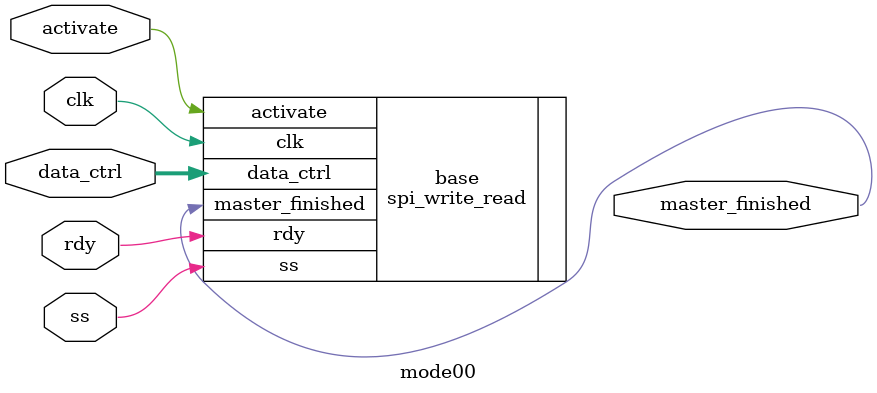
<source format=v>
/* (c) Peter McGoron 2022
 * This Source Code Form is subject to the terms of the Mozilla Public
 * License, v.2.0. If a copy of the MPL was not distributed with this
 * file, You can obtain one at https://mozilla.org/MPL/2.0/.
 */

module mode00 (
	input clk,
	input [23:0] data_ctrl,
	input activate,
	input ss,
	input rdy,
	output master_finished
);

spi_write_read
#(
	.POLARITY(0),
	.PHASE(0)
) base (
	.clk(clk),
	.data_ctrl(data_ctrl),
	.activate(activate),
	.master_finished(master_finished),
	.ss(ss),
	.rdy(rdy)
);

initial begin
	$dumpfile("mode00.vcd");
	$dumpvars();
end

endmodule

</source>
